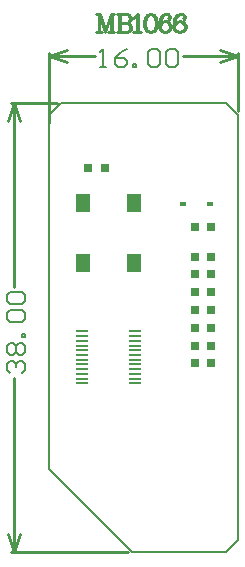
<source format=gbr>
%FSTAX23Y23*%
%MOIN*%
%SFA1B1*%

%IPPOS*%
%ADD10R,0.030000X0.030000*%
%ADD11R,0.039370X0.009055*%
%ADD12R,0.023622X0.017717*%
%ADD13R,0.050000X0.060000*%
%ADD17C,0.010000*%
%ADD18C,0.005000*%
%ADD19C,0.006000*%
%LNmb1066-1*%
%LPD*%
G54D10*
X00539Y00866D03*
X00484D03*
X00539Y00925D03*
X00484D03*
Y01082D03*
X00539D03*
Y00629D03*
X00484D03*
X00539Y00688D03*
X00484D03*
Y00807D03*
X00539D03*
Y00748D03*
X00484D03*
X00539Y00984D03*
X00484D03*
X00184Y01279D03*
X00129D03*
G54D11*
X00108Y0072D03*
X00285D03*
X00108Y00704D03*
X00285D03*
X00108Y00688D03*
X00285D03*
X00108Y00673D03*
X00285D03*
Y00657D03*
X00108Y00641D03*
X00285D03*
X00108Y00625D03*
X00285D03*
X00108Y0061D03*
X00285D03*
X00108Y00594D03*
X00285D03*
X00108Y00578D03*
X00285D03*
X00108Y00562D03*
X00285D03*
Y00736D03*
X00108D03*
Y00657D03*
G54D12*
X00447Y01161D03*
X00537D03*
G54D13*
X00281Y01162D03*
Y00962D03*
X00111D03*
Y01162D03*
G54D17*
X00629Y01469D02*
Y01663D01*
X0Y01429D02*
Y01663D01*
X00444Y01653D02*
X00629D01*
X0D02*
X00153D01*
X00569Y01673D02*
X00629Y01653D01*
X00569Y01633D02*
X00629Y01653D01*
X0D02*
X0006Y01633D01*
X0Y01653D02*
X0006Y01673D01*
X-00128Y01496D02*
X00026D01*
X-00128Y0D02*
X00263D01*
X-00118Y00882D02*
Y01496D01*
Y0D02*
Y00581D01*
X-00138Y01436D02*
X-00118Y01496D01*
X-00098Y01436*
X-00118Y0D02*
X-00098Y0006D01*
X-00138D02*
X-00118Y0D01*
X00166Y01792D02*
Y01732D01*
X00168Y01792D02*
X00186Y0174D01*
X00166Y01792D02*
X00186Y01732D01*
X00206Y01792D02*
X00186Y01732D01*
X00206Y01792D02*
Y01732D01*
X00208Y01792D02*
Y01732D01*
X00157Y01792D02*
X00168D01*
X00206D02*
X00217D01*
X00157Y01732D02*
X00174D01*
X00197D02*
X00217D01*
X00232Y01792D02*
Y01732D01*
X00235Y01792D02*
Y01732D01*
X00224Y01792D02*
X00258D01*
X00267Y01789*
X0027Y01786*
X00272Y0178*
Y01775*
X0027Y01769*
X00267Y01766*
X00258Y01763*
Y01792D02*
X00264Y01789D01*
X00267Y01786*
X0027Y0178*
Y01775*
X00267Y01769*
X00264Y01766*
X00258Y01763*
X00235D02*
X00258D01*
X00267Y0176*
X0027Y01757*
X00272Y01752*
Y01743*
X0027Y01737*
X00267Y01735*
X00258Y01732*
X00224*
X00258Y01763D02*
X00264Y0176D01*
X00267Y01757*
X0027Y01752*
Y01743*
X00267Y01737*
X00264Y01735*
X00258Y01732*
X0028Y0178D02*
X00286Y01783D01*
X00295Y01792*
Y01732*
X00292Y01789D02*
Y01732D01*
X0028D02*
X00306D01*
X00334Y01792D02*
X00325Y01789D01*
X00319Y0178*
X00316Y01766*
Y01757*
X00319Y01743*
X00325Y01735*
X00334Y01732*
X00339*
X00348Y01735*
X00354Y01743*
X00356Y01757*
Y01766*
X00354Y0178*
X00348Y01789*
X00339Y01792*
X00334*
X00328Y01789*
X00325Y01786*
X00322Y0178*
X00319Y01766*
Y01757*
X00322Y01743*
X00325Y01737*
X00328Y01735*
X00334Y01732*
X00339D02*
X00345Y01735D01*
X00348Y01737*
X00351Y01743*
X00354Y01757*
Y01766*
X00351Y0178*
X00348Y01786*
X00345Y01789*
X00339Y01792*
X004Y01783D02*
X00397Y0178D01*
X004Y01777*
X00402Y0178*
Y01783*
X004Y01789*
X00394Y01792*
X00385*
X00377Y01789*
X00371Y01783*
X00368Y01777*
X00365Y01766*
Y01749*
X00368Y0174*
X00374Y01735*
X00382Y01732*
X00388*
X00397Y01735*
X00402Y0174*
X00405Y01749*
Y01752*
X00402Y0176*
X00397Y01766*
X00388Y01769*
X00385*
X00377Y01766*
X00371Y0176*
X00368Y01752*
X00385Y01792D02*
X0038Y01789D01*
X00374Y01783*
X00371Y01777*
X00368Y01766*
Y01749*
X00371Y0174*
X00377Y01735*
X00382Y01732*
X00388D02*
X00394Y01735D01*
X004Y0174*
X00402Y01749*
Y01752*
X004Y0176*
X00394Y01766*
X00388Y01769*
X00448Y01783D02*
X00445Y0178D01*
X00448Y01777*
X00451Y0178*
Y01783*
X00448Y01789*
X00443Y01792*
X00434*
X00425Y01789*
X0042Y01783*
X00417Y01777*
X00414Y01766*
Y01749*
X00417Y0174*
X00423Y01735*
X00431Y01732*
X00437*
X00445Y01735*
X00451Y0174*
X00454Y01749*
Y01752*
X00451Y0176*
X00445Y01766*
X00437Y01769*
X00434*
X00425Y01766*
X0042Y0176*
X00417Y01752*
X00434Y01792D02*
X00428Y01789D01*
X00423Y01783*
X0042Y01777*
X00417Y01766*
Y01749*
X0042Y0174*
X00425Y01735*
X00431Y01732*
X00437D02*
X00443Y01735D01*
X00448Y0174*
X00451Y01749*
Y01752*
X00448Y0176*
X00443Y01766*
X00437Y01769*
G54D18*
X0Y00275D02*
Y00354D01*
X0059Y0D02*
X00629Y00039D01*
X0059Y01496D02*
X00629Y01456D01*
Y00039D02*
Y01456D01*
X0Y00275D02*
Y01456D01*
Y00275D02*
X00275Y0D01*
X0Y01456D02*
X00039Y01496D01*
X0059*
X00275Y0D02*
X0059D01*
G54D19*
X00169Y01617D02*
X00188D01*
X00179*
Y01677*
X00169Y01667*
X00258Y01677D02*
X00238Y01667D01*
X00218Y01647*
Y01627*
X00228Y01617*
X00248*
X00258Y01627*
Y01637*
X00248Y01647*
X00218*
X00278Y01617D02*
Y01627D01*
X00288*
Y01617*
X00278*
X00328Y01667D02*
X00338Y01677D01*
X00358*
X00368Y01667*
Y01627*
X00358Y01617*
X00338*
X00328Y01627*
Y01667*
X00388D02*
X00398Y01677D01*
X00418*
X00428Y01667*
Y01627*
X00418Y01617*
X00398*
X00388Y01627*
Y01667*
X-00132Y00597D02*
X-00142Y00607D01*
Y00627*
X-00132Y00637*
X-00122*
X-00112Y00627*
Y00617*
Y00627*
X-00102Y00637*
X-00092*
X-00082Y00627*
Y00607*
X-00092Y00597*
X-00132Y00657D02*
X-00142Y00667D01*
Y00687*
X-00132Y00697*
X-00122*
X-00112Y00687*
X-00102Y00697*
X-00092*
X-00082Y00687*
Y00667*
X-00092Y00657*
X-00102*
X-00112Y00667*
X-00122Y00657*
X-00132*
X-00112Y00667D02*
Y00687D01*
X-00082Y00717D02*
X-00092D01*
Y00727*
X-00082*
Y00717*
X-00132Y00767D02*
X-00142Y00777D01*
Y00797*
X-00132Y00807*
X-00092*
X-00082Y00797*
Y00777*
X-00092Y00767*
X-00132*
Y00827D02*
X-00142Y00836D01*
Y00856*
X-00132Y00866*
X-00092*
X-00082Y00856*
Y00836*
X-00092Y00827*
X-00132*
M02*
</source>
